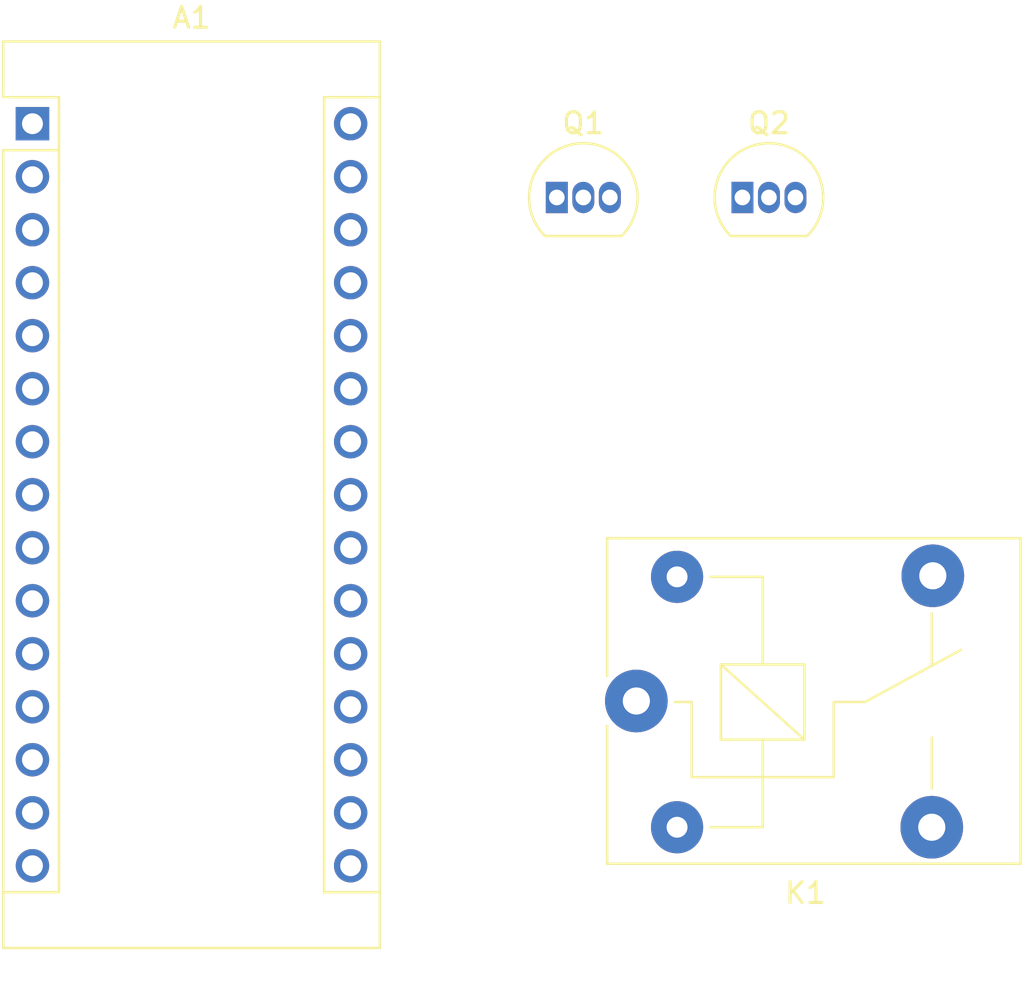
<source format=kicad_pcb>
(kicad_pcb (version 20171130) (host pcbnew 5.1.6+dfsg1-1)

  (general
    (thickness 1.6)
    (drawings 0)
    (tracks 0)
    (zones 0)
    (modules 4)
    (nets 42)
  )

  (page A4)
  (layers
    (0 F.Cu signal)
    (31 B.Cu signal)
    (32 B.Adhes user)
    (33 F.Adhes user)
    (34 B.Paste user)
    (35 F.Paste user)
    (36 B.SilkS user)
    (37 F.SilkS user)
    (38 B.Mask user)
    (39 F.Mask user)
    (40 Dwgs.User user)
    (41 Cmts.User user)
    (42 Eco1.User user)
    (43 Eco2.User user)
    (44 Edge.Cuts user)
    (45 Margin user)
    (46 B.CrtYd user)
    (47 F.CrtYd user)
    (48 B.Fab user)
    (49 F.Fab user)
  )

  (setup
    (last_trace_width 0.25)
    (trace_clearance 0.2)
    (zone_clearance 0.508)
    (zone_45_only no)
    (trace_min 0.2)
    (via_size 0.8)
    (via_drill 0.4)
    (via_min_size 0.4)
    (via_min_drill 0.3)
    (uvia_size 0.3)
    (uvia_drill 0.1)
    (uvias_allowed no)
    (uvia_min_size 0.2)
    (uvia_min_drill 0.1)
    (edge_width 0.05)
    (segment_width 0.2)
    (pcb_text_width 0.3)
    (pcb_text_size 1.5 1.5)
    (mod_edge_width 0.12)
    (mod_text_size 1 1)
    (mod_text_width 0.15)
    (pad_size 1.524 1.524)
    (pad_drill 0.762)
    (pad_to_mask_clearance 0.05)
    (aux_axis_origin 0 0)
    (visible_elements FFFFFF7F)
    (pcbplotparams
      (layerselection 0x010fc_ffffffff)
      (usegerberextensions false)
      (usegerberattributes true)
      (usegerberadvancedattributes true)
      (creategerberjobfile true)
      (excludeedgelayer true)
      (linewidth 0.100000)
      (plotframeref false)
      (viasonmask false)
      (mode 1)
      (useauxorigin false)
      (hpglpennumber 1)
      (hpglpenspeed 20)
      (hpglpendiameter 15.000000)
      (psnegative false)
      (psa4output false)
      (plotreference true)
      (plotvalue true)
      (plotinvisibletext false)
      (padsonsilk false)
      (subtractmaskfromsilk false)
      (outputformat 1)
      (mirror false)
      (drillshape 1)
      (scaleselection 1)
      (outputdirectory ""))
  )

  (net 0 "")
  (net 1 "Net-(A1-Pad1)")
  (net 2 "Net-(A1-Pad17)")
  (net 3 "Net-(A1-Pad2)")
  (net 4 "Net-(A1-Pad18)")
  (net 5 "Net-(A1-Pad3)")
  (net 6 "Net-(A1-Pad19)")
  (net 7 "Net-(A1-Pad4)")
  (net 8 "Net-(A1-Pad20)")
  (net 9 "Net-(A1-Pad5)")
  (net 10 "Net-(A1-Pad21)")
  (net 11 "Net-(A1-Pad6)")
  (net 12 "Net-(A1-Pad22)")
  (net 13 "Net-(A1-Pad7)")
  (net 14 "Net-(A1-Pad23)")
  (net 15 "Net-(A1-Pad8)")
  (net 16 "Net-(A1-Pad24)")
  (net 17 "Net-(A1-Pad9)")
  (net 18 "Net-(A1-Pad25)")
  (net 19 "Net-(A1-Pad10)")
  (net 20 "Net-(A1-Pad26)")
  (net 21 "Net-(A1-Pad11)")
  (net 22 "Net-(A1-Pad27)")
  (net 23 "Net-(A1-Pad12)")
  (net 24 "Net-(A1-Pad28)")
  (net 25 "Net-(A1-Pad13)")
  (net 26 "Net-(A1-Pad29)")
  (net 27 "Net-(A1-Pad14)")
  (net 28 "Net-(A1-Pad30)")
  (net 29 "Net-(A1-Pad15)")
  (net 30 "Net-(A1-Pad16)")
  (net 31 "Net-(K1-Pad2)")
  (net 32 "Net-(K1-Pad3)")
  (net 33 "Net-(K1-Pad4)")
  (net 34 "Net-(K1-Pad5)")
  (net 35 "Net-(K1-Pad1)")
  (net 36 "Net-(Q1-Pad2)")
  (net 37 "Net-(Q1-Pad3)")
  (net 38 "Net-(Q1-Pad1)")
  (net 39 "Net-(Q2-Pad1)")
  (net 40 "Net-(Q2-Pad3)")
  (net 41 "Net-(Q2-Pad2)")

  (net_class Default "This is the default net class."
    (clearance 0.2)
    (trace_width 0.25)
    (via_dia 0.8)
    (via_drill 0.4)
    (uvia_dia 0.3)
    (uvia_drill 0.1)
    (add_net "Net-(A1-Pad1)")
    (add_net "Net-(A1-Pad10)")
    (add_net "Net-(A1-Pad11)")
    (add_net "Net-(A1-Pad12)")
    (add_net "Net-(A1-Pad13)")
    (add_net "Net-(A1-Pad14)")
    (add_net "Net-(A1-Pad15)")
    (add_net "Net-(A1-Pad16)")
    (add_net "Net-(A1-Pad17)")
    (add_net "Net-(A1-Pad18)")
    (add_net "Net-(A1-Pad19)")
    (add_net "Net-(A1-Pad2)")
    (add_net "Net-(A1-Pad20)")
    (add_net "Net-(A1-Pad21)")
    (add_net "Net-(A1-Pad22)")
    (add_net "Net-(A1-Pad23)")
    (add_net "Net-(A1-Pad24)")
    (add_net "Net-(A1-Pad25)")
    (add_net "Net-(A1-Pad26)")
    (add_net "Net-(A1-Pad27)")
    (add_net "Net-(A1-Pad28)")
    (add_net "Net-(A1-Pad29)")
    (add_net "Net-(A1-Pad3)")
    (add_net "Net-(A1-Pad30)")
    (add_net "Net-(A1-Pad4)")
    (add_net "Net-(A1-Pad5)")
    (add_net "Net-(A1-Pad6)")
    (add_net "Net-(A1-Pad7)")
    (add_net "Net-(A1-Pad8)")
    (add_net "Net-(A1-Pad9)")
    (add_net "Net-(K1-Pad1)")
    (add_net "Net-(K1-Pad2)")
    (add_net "Net-(K1-Pad3)")
    (add_net "Net-(K1-Pad4)")
    (add_net "Net-(K1-Pad5)")
    (add_net "Net-(Q1-Pad1)")
    (add_net "Net-(Q1-Pad2)")
    (add_net "Net-(Q1-Pad3)")
    (add_net "Net-(Q2-Pad1)")
    (add_net "Net-(Q2-Pad2)")
    (add_net "Net-(Q2-Pad3)")
  )

  (module Module:Arduino_Nano (layer F.Cu) (tedit 58ACAF70) (tstamp 60401F76)
    (at 466.375001 -293.094999)
    (descr "Arduino Nano, http://www.mouser.com/pdfdocs/Gravitech_Arduino_Nano3_0.pdf")
    (tags "Arduino Nano")
    (path /6040394A)
    (fp_text reference A1 (at 7.62 -5.08) (layer F.SilkS)
      (effects (font (size 1 1) (thickness 0.15)))
    )
    (fp_text value Arduino_Nano_v3.x (at 8.89 19.05 90) (layer F.Fab)
      (effects (font (size 1 1) (thickness 0.15)))
    )
    (fp_line (start 16.75 42.16) (end -1.53 42.16) (layer F.CrtYd) (width 0.05))
    (fp_line (start 16.75 42.16) (end 16.75 -4.06) (layer F.CrtYd) (width 0.05))
    (fp_line (start -1.53 -4.06) (end -1.53 42.16) (layer F.CrtYd) (width 0.05))
    (fp_line (start -1.53 -4.06) (end 16.75 -4.06) (layer F.CrtYd) (width 0.05))
    (fp_line (start 16.51 -3.81) (end 16.51 39.37) (layer F.Fab) (width 0.1))
    (fp_line (start 0 -3.81) (end 16.51 -3.81) (layer F.Fab) (width 0.1))
    (fp_line (start -1.27 -2.54) (end 0 -3.81) (layer F.Fab) (width 0.1))
    (fp_line (start -1.27 39.37) (end -1.27 -2.54) (layer F.Fab) (width 0.1))
    (fp_line (start 16.51 39.37) (end -1.27 39.37) (layer F.Fab) (width 0.1))
    (fp_line (start 16.64 -3.94) (end -1.4 -3.94) (layer F.SilkS) (width 0.12))
    (fp_line (start 16.64 39.5) (end 16.64 -3.94) (layer F.SilkS) (width 0.12))
    (fp_line (start -1.4 39.5) (end 16.64 39.5) (layer F.SilkS) (width 0.12))
    (fp_line (start 3.81 41.91) (end 3.81 31.75) (layer F.Fab) (width 0.1))
    (fp_line (start 11.43 41.91) (end 3.81 41.91) (layer F.Fab) (width 0.1))
    (fp_line (start 11.43 31.75) (end 11.43 41.91) (layer F.Fab) (width 0.1))
    (fp_line (start 3.81 31.75) (end 11.43 31.75) (layer F.Fab) (width 0.1))
    (fp_line (start 1.27 36.83) (end -1.4 36.83) (layer F.SilkS) (width 0.12))
    (fp_line (start 1.27 1.27) (end 1.27 36.83) (layer F.SilkS) (width 0.12))
    (fp_line (start 1.27 1.27) (end -1.4 1.27) (layer F.SilkS) (width 0.12))
    (fp_line (start 13.97 36.83) (end 16.64 36.83) (layer F.SilkS) (width 0.12))
    (fp_line (start 13.97 -1.27) (end 13.97 36.83) (layer F.SilkS) (width 0.12))
    (fp_line (start 13.97 -1.27) (end 16.64 -1.27) (layer F.SilkS) (width 0.12))
    (fp_line (start -1.4 -3.94) (end -1.4 -1.27) (layer F.SilkS) (width 0.12))
    (fp_line (start -1.4 1.27) (end -1.4 39.5) (layer F.SilkS) (width 0.12))
    (fp_line (start 1.27 -1.27) (end -1.4 -1.27) (layer F.SilkS) (width 0.12))
    (fp_line (start 1.27 1.27) (end 1.27 -1.27) (layer F.SilkS) (width 0.12))
    (fp_text user %R (at 6.35 19.05 90) (layer F.Fab)
      (effects (font (size 1 1) (thickness 0.15)))
    )
    (pad 1 thru_hole rect (at 0 0) (size 1.6 1.6) (drill 1) (layers *.Cu *.Mask)
      (net 1 "Net-(A1-Pad1)"))
    (pad 17 thru_hole oval (at 15.24 33.02) (size 1.6 1.6) (drill 1) (layers *.Cu *.Mask)
      (net 2 "Net-(A1-Pad17)"))
    (pad 2 thru_hole oval (at 0 2.54) (size 1.6 1.6) (drill 1) (layers *.Cu *.Mask)
      (net 3 "Net-(A1-Pad2)"))
    (pad 18 thru_hole oval (at 15.24 30.48) (size 1.6 1.6) (drill 1) (layers *.Cu *.Mask)
      (net 4 "Net-(A1-Pad18)"))
    (pad 3 thru_hole oval (at 0 5.08) (size 1.6 1.6) (drill 1) (layers *.Cu *.Mask)
      (net 5 "Net-(A1-Pad3)"))
    (pad 19 thru_hole oval (at 15.24 27.94) (size 1.6 1.6) (drill 1) (layers *.Cu *.Mask)
      (net 6 "Net-(A1-Pad19)"))
    (pad 4 thru_hole oval (at 0 7.62) (size 1.6 1.6) (drill 1) (layers *.Cu *.Mask)
      (net 7 "Net-(A1-Pad4)"))
    (pad 20 thru_hole oval (at 15.24 25.4) (size 1.6 1.6) (drill 1) (layers *.Cu *.Mask)
      (net 8 "Net-(A1-Pad20)"))
    (pad 5 thru_hole oval (at 0 10.16) (size 1.6 1.6) (drill 1) (layers *.Cu *.Mask)
      (net 9 "Net-(A1-Pad5)"))
    (pad 21 thru_hole oval (at 15.24 22.86) (size 1.6 1.6) (drill 1) (layers *.Cu *.Mask)
      (net 10 "Net-(A1-Pad21)"))
    (pad 6 thru_hole oval (at 0 12.7) (size 1.6 1.6) (drill 1) (layers *.Cu *.Mask)
      (net 11 "Net-(A1-Pad6)"))
    (pad 22 thru_hole oval (at 15.24 20.32) (size 1.6 1.6) (drill 1) (layers *.Cu *.Mask)
      (net 12 "Net-(A1-Pad22)"))
    (pad 7 thru_hole oval (at 0 15.24) (size 1.6 1.6) (drill 1) (layers *.Cu *.Mask)
      (net 13 "Net-(A1-Pad7)"))
    (pad 23 thru_hole oval (at 15.24 17.78) (size 1.6 1.6) (drill 1) (layers *.Cu *.Mask)
      (net 14 "Net-(A1-Pad23)"))
    (pad 8 thru_hole oval (at 0 17.78) (size 1.6 1.6) (drill 1) (layers *.Cu *.Mask)
      (net 15 "Net-(A1-Pad8)"))
    (pad 24 thru_hole oval (at 15.24 15.24) (size 1.6 1.6) (drill 1) (layers *.Cu *.Mask)
      (net 16 "Net-(A1-Pad24)"))
    (pad 9 thru_hole oval (at 0 20.32) (size 1.6 1.6) (drill 1) (layers *.Cu *.Mask)
      (net 17 "Net-(A1-Pad9)"))
    (pad 25 thru_hole oval (at 15.24 12.7) (size 1.6 1.6) (drill 1) (layers *.Cu *.Mask)
      (net 18 "Net-(A1-Pad25)"))
    (pad 10 thru_hole oval (at 0 22.86) (size 1.6 1.6) (drill 1) (layers *.Cu *.Mask)
      (net 19 "Net-(A1-Pad10)"))
    (pad 26 thru_hole oval (at 15.24 10.16) (size 1.6 1.6) (drill 1) (layers *.Cu *.Mask)
      (net 20 "Net-(A1-Pad26)"))
    (pad 11 thru_hole oval (at 0 25.4) (size 1.6 1.6) (drill 1) (layers *.Cu *.Mask)
      (net 21 "Net-(A1-Pad11)"))
    (pad 27 thru_hole oval (at 15.24 7.62) (size 1.6 1.6) (drill 1) (layers *.Cu *.Mask)
      (net 22 "Net-(A1-Pad27)"))
    (pad 12 thru_hole oval (at 0 27.94) (size 1.6 1.6) (drill 1) (layers *.Cu *.Mask)
      (net 23 "Net-(A1-Pad12)"))
    (pad 28 thru_hole oval (at 15.24 5.08) (size 1.6 1.6) (drill 1) (layers *.Cu *.Mask)
      (net 24 "Net-(A1-Pad28)"))
    (pad 13 thru_hole oval (at 0 30.48) (size 1.6 1.6) (drill 1) (layers *.Cu *.Mask)
      (net 25 "Net-(A1-Pad13)"))
    (pad 29 thru_hole oval (at 15.24 2.54) (size 1.6 1.6) (drill 1) (layers *.Cu *.Mask)
      (net 26 "Net-(A1-Pad29)"))
    (pad 14 thru_hole oval (at 0 33.02) (size 1.6 1.6) (drill 1) (layers *.Cu *.Mask)
      (net 27 "Net-(A1-Pad14)"))
    (pad 30 thru_hole oval (at 15.24 0) (size 1.6 1.6) (drill 1) (layers *.Cu *.Mask)
      (net 28 "Net-(A1-Pad30)"))
    (pad 15 thru_hole oval (at 0 35.56) (size 1.6 1.6) (drill 1) (layers *.Cu *.Mask)
      (net 29 "Net-(A1-Pad15)"))
    (pad 16 thru_hole oval (at 15.24 35.56) (size 1.6 1.6) (drill 1) (layers *.Cu *.Mask)
      (net 30 "Net-(A1-Pad16)"))
    (model ${KISYS3DMOD}/Module.3dshapes/Arduino_Nano_WithMountingHoles.wrl
      (at (xyz 0 0 0))
      (scale (xyz 1 1 1))
      (rotate (xyz 0 0 0))
    )
  )

  (module Relay_THT:Relay_SPDT_SANYOU_SRD_Series_Form_C (layer F.Cu) (tedit 58FA3148) (tstamp 60401F9F)
    (at 495.3 -265.43)
    (descr "relay Sanyou SRD series Form C http://www.sanyourelay.ca/public/products/pdf/SRD.pdf")
    (tags "relay Sanyu SRD form C")
    (path /6040A70A)
    (fp_text reference K1 (at 8.1 9.2) (layer F.SilkS)
      (effects (font (size 1 1) (thickness 0.15)))
    )
    (fp_text value SANYOU_SRD_Form_C (at 8 -9.6) (layer F.Fab)
      (effects (font (size 1 1) (thickness 0.15)))
    )
    (fp_line (start 8.05 1.85) (end 4.05 1.85) (layer F.SilkS) (width 0.12))
    (fp_line (start 8.05 -1.75) (end 8.05 1.85) (layer F.SilkS) (width 0.12))
    (fp_line (start 4.05 -1.75) (end 8.05 -1.75) (layer F.SilkS) (width 0.12))
    (fp_line (start 4.05 1.85) (end 4.05 -1.75) (layer F.SilkS) (width 0.12))
    (fp_line (start 8.05 1.85) (end 4.05 -1.75) (layer F.SilkS) (width 0.12))
    (fp_line (start 6.05 1.85) (end 6.05 6.05) (layer F.SilkS) (width 0.12))
    (fp_line (start 6.05 -5.95) (end 6.05 -1.75) (layer F.SilkS) (width 0.12))
    (fp_line (start 2.65 0.05) (end 2.65 3.65) (layer F.SilkS) (width 0.12))
    (fp_line (start 9.45 0.05) (end 9.45 3.65) (layer F.SilkS) (width 0.12))
    (fp_line (start 9.45 3.65) (end 2.65 3.65) (layer F.SilkS) (width 0.12))
    (fp_line (start 10.95 0.05) (end 15.55 -2.45) (layer F.SilkS) (width 0.12))
    (fp_line (start 9.45 0.05) (end 10.95 0.05) (layer F.SilkS) (width 0.12))
    (fp_line (start 6.05 -5.95) (end 3.55 -5.95) (layer F.SilkS) (width 0.12))
    (fp_line (start 2.65 0.05) (end 1.85 0.05) (layer F.SilkS) (width 0.12))
    (fp_line (start 3.55 6.05) (end 6.05 6.05) (layer F.SilkS) (width 0.12))
    (fp_line (start 14.15 -4.2) (end 14.15 -1.7) (layer F.SilkS) (width 0.12))
    (fp_line (start 14.15 4.2) (end 14.15 1.75) (layer F.SilkS) (width 0.12))
    (fp_line (start -1.55 7.95) (end 18.55 7.95) (layer F.CrtYd) (width 0.05))
    (fp_line (start 18.55 -7.95) (end 18.55 7.95) (layer F.CrtYd) (width 0.05))
    (fp_line (start -1.55 7.95) (end -1.55 -7.95) (layer F.CrtYd) (width 0.05))
    (fp_line (start 18.55 -7.95) (end -1.55 -7.95) (layer F.CrtYd) (width 0.05))
    (fp_line (start -1.3 7.7) (end -1.3 -7.7) (layer F.Fab) (width 0.12))
    (fp_line (start 18.3 7.7) (end -1.3 7.7) (layer F.Fab) (width 0.12))
    (fp_line (start 18.3 -7.7) (end 18.3 7.7) (layer F.Fab) (width 0.12))
    (fp_line (start -1.3 -7.7) (end 18.3 -7.7) (layer F.Fab) (width 0.12))
    (fp_line (start 18.4 7.8) (end -1.4 7.8) (layer F.SilkS) (width 0.12))
    (fp_line (start 18.4 -7.8) (end 18.4 7.8) (layer F.SilkS) (width 0.12))
    (fp_line (start -1.4 -7.8) (end 18.4 -7.8) (layer F.SilkS) (width 0.12))
    (fp_line (start -1.4 -7.8) (end -1.4 -1.2) (layer F.SilkS) (width 0.12))
    (fp_line (start -1.4 1.2) (end -1.4 7.8) (layer F.SilkS) (width 0.12))
    (fp_text user 1 (at 0 -2.3) (layer F.Fab)
      (effects (font (size 1 1) (thickness 0.15)))
    )
    (fp_text user %R (at -2.54 2.54) (layer F.Fab)
      (effects (font (size 1 1) (thickness 0.15)))
    )
    (pad 2 thru_hole circle (at 1.95 6.05 90) (size 2.5 2.5) (drill 1) (layers *.Cu *.Mask)
      (net 31 "Net-(K1-Pad2)"))
    (pad 3 thru_hole circle (at 14.15 6.05 90) (size 3 3) (drill 1.3) (layers *.Cu *.Mask)
      (net 32 "Net-(K1-Pad3)"))
    (pad 4 thru_hole circle (at 14.2 -6 90) (size 3 3) (drill 1.3) (layers *.Cu *.Mask)
      (net 33 "Net-(K1-Pad4)"))
    (pad 5 thru_hole circle (at 1.95 -5.95 90) (size 2.5 2.5) (drill 1) (layers *.Cu *.Mask)
      (net 34 "Net-(K1-Pad5)"))
    (pad 1 thru_hole circle (at 0 0 90) (size 3 3) (drill 1.3) (layers *.Cu *.Mask)
      (net 35 "Net-(K1-Pad1)"))
    (model ${KISYS3DMOD}/Relay_THT.3dshapes/Relay_SPDT_SANYOU_SRD_Series_Form_C.wrl
      (at (xyz 0 0 0))
      (scale (xyz 1 1 1))
      (rotate (xyz 0 0 0))
    )
  )

  (module Package_TO_SOT_THT:TO-92_Inline (layer F.Cu) (tedit 5A1DD157) (tstamp 60401FB1)
    (at 491.49 -289.56)
    (descr "TO-92 leads in-line, narrow, oval pads, drill 0.75mm (see NXP sot054_po.pdf)")
    (tags "to-92 sc-43 sc-43a sot54 PA33 transistor")
    (path /60408101)
    (fp_text reference Q1 (at 1.27 -3.56) (layer F.SilkS)
      (effects (font (size 1 1) (thickness 0.15)))
    )
    (fp_text value BC547 (at 1.27 2.79) (layer F.Fab)
      (effects (font (size 1 1) (thickness 0.15)))
    )
    (fp_line (start 4 2.01) (end -1.46 2.01) (layer F.CrtYd) (width 0.05))
    (fp_line (start 4 2.01) (end 4 -2.73) (layer F.CrtYd) (width 0.05))
    (fp_line (start -1.46 -2.73) (end -1.46 2.01) (layer F.CrtYd) (width 0.05))
    (fp_line (start -1.46 -2.73) (end 4 -2.73) (layer F.CrtYd) (width 0.05))
    (fp_line (start -0.5 1.75) (end 3 1.75) (layer F.Fab) (width 0.1))
    (fp_line (start -0.53 1.85) (end 3.07 1.85) (layer F.SilkS) (width 0.12))
    (fp_text user %R (at 1.27 -3.56) (layer F.Fab)
      (effects (font (size 1 1) (thickness 0.15)))
    )
    (fp_arc (start 1.27 0) (end 1.27 -2.48) (angle 135) (layer F.Fab) (width 0.1))
    (fp_arc (start 1.27 0) (end 1.27 -2.6) (angle -135) (layer F.SilkS) (width 0.12))
    (fp_arc (start 1.27 0) (end 1.27 -2.48) (angle -135) (layer F.Fab) (width 0.1))
    (fp_arc (start 1.27 0) (end 1.27 -2.6) (angle 135) (layer F.SilkS) (width 0.12))
    (pad 2 thru_hole oval (at 1.27 0) (size 1.05 1.5) (drill 0.75) (layers *.Cu *.Mask)
      (net 36 "Net-(Q1-Pad2)"))
    (pad 3 thru_hole oval (at 2.54 0) (size 1.05 1.5) (drill 0.75) (layers *.Cu *.Mask)
      (net 37 "Net-(Q1-Pad3)"))
    (pad 1 thru_hole rect (at 0 0) (size 1.05 1.5) (drill 0.75) (layers *.Cu *.Mask)
      (net 38 "Net-(Q1-Pad1)"))
    (model ${KISYS3DMOD}/Package_TO_SOT_THT.3dshapes/TO-92_Inline.wrl
      (at (xyz 0 0 0))
      (scale (xyz 1 1 1))
      (rotate (xyz 0 0 0))
    )
  )

  (module Package_TO_SOT_THT:TO-92_Inline (layer F.Cu) (tedit 5A1DD157) (tstamp 60401FC3)
    (at 500.38 -289.56)
    (descr "TO-92 leads in-line, narrow, oval pads, drill 0.75mm (see NXP sot054_po.pdf)")
    (tags "to-92 sc-43 sc-43a sot54 PA33 transistor")
    (path /60408BC3)
    (fp_text reference Q2 (at 1.27 -3.56) (layer F.SilkS)
      (effects (font (size 1 1) (thickness 0.15)))
    )
    (fp_text value BC547 (at 1.27 2.79) (layer F.Fab)
      (effects (font (size 1 1) (thickness 0.15)))
    )
    (fp_arc (start 1.27 0) (end 1.27 -2.6) (angle 135) (layer F.SilkS) (width 0.12))
    (fp_arc (start 1.27 0) (end 1.27 -2.48) (angle -135) (layer F.Fab) (width 0.1))
    (fp_arc (start 1.27 0) (end 1.27 -2.6) (angle -135) (layer F.SilkS) (width 0.12))
    (fp_arc (start 1.27 0) (end 1.27 -2.48) (angle 135) (layer F.Fab) (width 0.1))
    (fp_text user %R (at 1.27 -3.56) (layer F.Fab)
      (effects (font (size 1 1) (thickness 0.15)))
    )
    (fp_line (start -0.53 1.85) (end 3.07 1.85) (layer F.SilkS) (width 0.12))
    (fp_line (start -0.5 1.75) (end 3 1.75) (layer F.Fab) (width 0.1))
    (fp_line (start -1.46 -2.73) (end 4 -2.73) (layer F.CrtYd) (width 0.05))
    (fp_line (start -1.46 -2.73) (end -1.46 2.01) (layer F.CrtYd) (width 0.05))
    (fp_line (start 4 2.01) (end 4 -2.73) (layer F.CrtYd) (width 0.05))
    (fp_line (start 4 2.01) (end -1.46 2.01) (layer F.CrtYd) (width 0.05))
    (pad 1 thru_hole rect (at 0 0) (size 1.05 1.5) (drill 0.75) (layers *.Cu *.Mask)
      (net 39 "Net-(Q2-Pad1)"))
    (pad 3 thru_hole oval (at 2.54 0) (size 1.05 1.5) (drill 0.75) (layers *.Cu *.Mask)
      (net 40 "Net-(Q2-Pad3)"))
    (pad 2 thru_hole oval (at 1.27 0) (size 1.05 1.5) (drill 0.75) (layers *.Cu *.Mask)
      (net 41 "Net-(Q2-Pad2)"))
    (model ${KISYS3DMOD}/Package_TO_SOT_THT.3dshapes/TO-92_Inline.wrl
      (at (xyz 0 0 0))
      (scale (xyz 1 1 1))
      (rotate (xyz 0 0 0))
    )
  )

)

</source>
